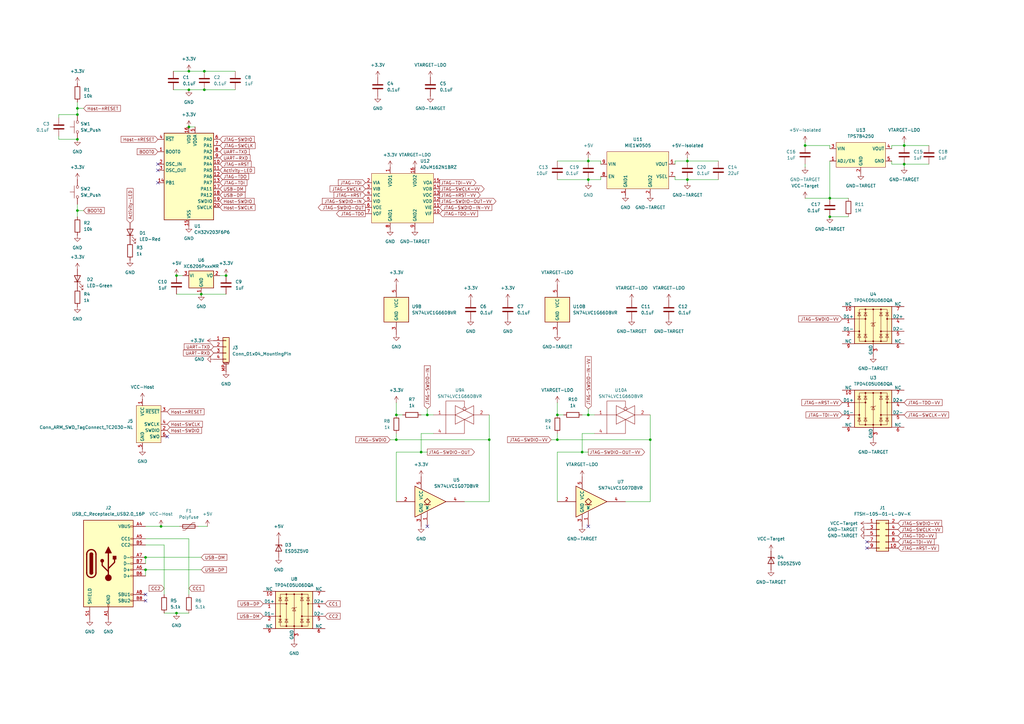
<source format=kicad_sch>
(kicad_sch (version 20250114) (generator "eeschema") (generator_version "9.0")
  (paper "A3")
  (junction (at 31.75 46.99))
  (junction (at 175.26 170.18))
  (junction (at 82.55 120.65))
  (junction (at 172.72 185.42))
  (junction (at 31.75 57.15))
  (junction (at 31.75 44.45))
  (junction (at 340.36 88.9))
  (junction (at 228.6 180.34))
  (junction (at 281.94 73.66))
  (junction (at 162.56 180.34))
  (junction (at 340.36 81.28))
  (junction (at 66.04 215.9))
  (junction (at 370.84 67.31))
  (junction (at 370.84 59.69))
  (junction (at 241.3 73.66))
  (junction (at 31.75 86.36))
  (junction (at 83.82 36.83))
  (junction (at 92.71 113.03))
  (junction (at 77.47 29.21))
  (junction (at 200.66 180.34))
  (junction (at 330.2 59.69))
  (junction (at 77.47 52.07))
  (junction (at 241.3 170.18))
  (junction (at 59.69 228.6))
  (junction (at 266.7 180.34))
  (junction (at 238.76 185.42))
  (junction (at 72.39 113.03))
  (junction (at 162.56 170.18))
  (junction (at 59.69 233.68))
  (junction (at 281.94 66.04))
  (junction (at 228.6 170.18))
  (junction (at 77.47 36.83))
  (junction (at 241.3 66.04))
  (junction (at 83.82 29.21))
  (junction (at 72.39 251.46))
  (no_connect (at 59.69 243.84))
  (no_connect (at 355.6 224.79))
  (no_connect (at 68.58 179.07))
  (no_connect (at 64.77 74.93))
  (no_connect (at 64.77 67.31))
  (no_connect (at 175.26 215.9))
  (no_connect (at 59.69 246.38))
  (no_connect (at 355.6 222.25))
  (no_connect (at 64.77 69.85))
  (no_connect (at 241.3 215.9))
  (wire (pts (xy 162.56 165.1) (xy 162.56 170.18)))
  (wire (pts (xy 330.2 81.28) (xy 340.36 81.28)))
  (wire (pts (xy 172.72 177.8) (xy 172.72 185.42)))
  (wire (pts (xy 175.26 170.18) (xy 177.8 170.18)))
  (wire (pts (xy 330.2 67.31) (xy 330.2 68.58)))
  (wire (pts (xy 241.3 185.42) (xy 238.76 185.42)))
  (wire (pts (xy 238.76 185.42) (xy 238.76 177.8)))
  (wire (pts (xy 246.38 73.66) (xy 246.38 72.39)))
  (wire (pts (xy 228.6 177.8) (xy 228.6 180.34)))
  (wire (pts (xy 241.3 167.64) (xy 241.3 170.18)))
  (wire (pts (xy 162.56 185.42) (xy 162.56 205.74)))
  (wire (pts (xy 31.75 86.36) (xy 31.75 88.9)))
  (wire (pts (xy 276.86 66.04) (xy 276.86 67.31)))
  (wire (pts (xy 162.56 180.34) (xy 162.56 177.8)))
  (wire (pts (xy 59.69 215.9) (xy 66.04 215.9)))
  (wire (pts (xy 172.72 185.42) (xy 175.26 185.42)))
  (wire (pts (xy 90.17 113.03) (xy 92.71 113.03)))
  (wire (pts (xy 340.36 59.69) (xy 330.2 59.69)))
  (wire (pts (xy 83.82 36.83) (xy 96.52 36.83)))
  (wire (pts (xy 162.56 185.42) (xy 172.72 185.42)))
  (wire (pts (xy 67.31 251.46) (xy 72.39 251.46)))
  (wire (pts (xy 81.28 215.9) (xy 85.09 215.9)))
  (wire (pts (xy 59.69 228.6) (xy 82.55 228.6)))
  (wire (pts (xy 266.7 180.34) (xy 228.6 180.34)))
  (wire (pts (xy 71.12 29.21) (xy 77.47 29.21)))
  (wire (pts (xy 281.94 73.66) (xy 276.86 73.66)))
  (wire (pts (xy 340.36 60.96) (xy 340.36 59.69)))
  (wire (pts (xy 330.2 58.42) (xy 330.2 59.69)))
  (wire (pts (xy 59.69 233.68) (xy 59.69 236.22)))
  (wire (pts (xy 67.31 243.84) (xy 67.31 223.52)))
  (wire (pts (xy 370.84 59.69) (xy 365.76 59.69)))
  (wire (pts (xy 172.72 177.8) (xy 177.8 177.8)))
  (wire (pts (xy 241.3 73.66) (xy 246.38 73.66)))
  (wire (pts (xy 34.29 86.36) (xy 31.75 86.36)))
  (wire (pts (xy 24.13 46.99) (xy 31.75 46.99)))
  (wire (pts (xy 175.26 167.64) (xy 175.26 170.18)))
  (wire (pts (xy 294.64 66.04) (xy 281.94 66.04)))
  (wire (pts (xy 228.6 73.66) (xy 241.3 73.66)))
  (wire (pts (xy 294.64 73.66) (xy 281.94 73.66)))
  (wire (pts (xy 365.76 59.69) (xy 365.76 60.96)))
  (wire (pts (xy 72.39 113.03) (xy 74.93 113.03)))
  (wire (pts (xy 59.69 233.68) (xy 82.55 233.68)))
  (wire (pts (xy 238.76 177.8) (xy 243.84 177.8)))
  (wire (pts (xy 281.94 73.66) (xy 281.94 74.93)))
  (wire (pts (xy 82.55 120.65) (xy 92.71 120.65)))
  (wire (pts (xy 281.94 66.04) (xy 276.86 66.04)))
  (wire (pts (xy 266.7 180.34) (xy 266.7 205.74)))
  (wire (pts (xy 31.75 44.45) (xy 31.75 46.99)))
  (wire (pts (xy 200.66 170.18) (xy 200.66 180.34)))
  (wire (pts (xy 370.84 59.69) (xy 381 59.69)))
  (wire (pts (xy 340.36 81.28) (xy 347.98 81.28)))
  (wire (pts (xy 228.6 66.04) (xy 241.3 66.04)))
  (wire (pts (xy 71.12 36.83) (xy 77.47 36.83)))
  (wire (pts (xy 59.69 228.6) (xy 59.69 231.14)))
  (wire (pts (xy 266.7 170.18) (xy 266.7 180.34)))
  (wire (pts (xy 340.36 88.9) (xy 347.98 88.9)))
  (wire (pts (xy 370.84 67.31) (xy 370.84 68.58)))
  (wire (pts (xy 24.13 57.15) (xy 24.13 55.88)))
  (wire (pts (xy 370.84 67.31) (xy 381 67.31)))
  (wire (pts (xy 241.3 64.77) (xy 241.3 66.04)))
  (wire (pts (xy 77.47 220.98) (xy 77.47 243.84)))
  (wire (pts (xy 72.39 120.65) (xy 82.55 120.65)))
  (wire (pts (xy 370.84 58.42) (xy 370.84 59.69)))
  (wire (pts (xy 34.29 44.45) (xy 31.75 44.45)))
  (wire (pts (xy 31.75 83.82) (xy 31.75 86.36)))
  (wire (pts (xy 276.86 73.66) (xy 276.86 72.39)))
  (wire (pts (xy 340.36 66.04) (xy 340.36 81.28)))
  (wire (pts (xy 77.47 36.83) (xy 83.82 36.83)))
  (wire (pts (xy 200.66 180.34) (xy 162.56 180.34)))
  (wire (pts (xy 67.31 223.52) (xy 59.69 223.52)))
  (wire (pts (xy 246.38 66.04) (xy 246.38 67.31)))
  (wire (pts (xy 59.69 220.98) (xy 77.47 220.98)))
  (wire (pts (xy 77.47 52.07) (xy 80.01 52.07)))
  (wire (pts (xy 31.75 41.91) (xy 31.75 44.45)))
  (wire (pts (xy 200.66 205.74) (xy 190.5 205.74)))
  (wire (pts (xy 281.94 64.77) (xy 281.94 66.04)))
  (wire (pts (xy 72.39 251.46) (xy 77.47 251.46)))
  (wire (pts (xy 160.02 180.34) (xy 162.56 180.34)))
  (wire (pts (xy 83.82 29.21) (xy 96.52 29.21)))
  (wire (pts (xy 228.6 165.1) (xy 228.6 170.18)))
  (wire (pts (xy 241.3 170.18) (xy 238.76 170.18)))
  (wire (pts (xy 241.3 66.04) (xy 246.38 66.04)))
  (wire (pts (xy 172.72 170.18) (xy 175.26 170.18)))
  (wire (pts (xy 66.04 215.9) (xy 73.66 215.9)))
  (wire (pts (xy 24.13 48.26) (xy 24.13 46.99)))
  (wire (pts (xy 200.66 180.34) (xy 200.66 205.74)))
  (wire (pts (xy 77.47 29.21) (xy 83.82 29.21)))
  (wire (pts (xy 241.3 170.18) (xy 243.84 170.18)))
  (wire (pts (xy 162.56 170.18) (xy 165.1 170.18)))
  (wire (pts (xy 226.06 180.34) (xy 228.6 180.34)))
  (wire (pts (xy 228.6 205.74) (xy 228.6 185.42)))
  (wire (pts (xy 231.14 170.18) (xy 228.6 170.18)))
  (wire (pts (xy 228.6 185.42) (xy 238.76 185.42)))
  (wire (pts (xy 365.76 67.31) (xy 365.76 66.04)))
  (wire (pts (xy 241.3 73.66) (xy 241.3 74.93)))
  (wire (pts (xy 31.75 57.15) (xy 24.13 57.15)))
  (wire (pts (xy 266.7 205.74) (xy 256.54 205.74)))
  (wire (pts (xy 370.84 67.31) (xy 365.76 67.31)))
  (global_label "BOOT0" (shape input) (at 34.29 86.36 0) (property "Intersheetrefs" "${INTERSHEET_REFS}" (effects (hide yes))))
  (global_label "Activity-LED" (shape input) (at 90.17 69.85 0) (property "Intersheetrefs" "${INTERSHEET_REFS}" (effects (hide yes))))
  (global_label "JTAG-SWDIO" (shape input) (at 90.17 57.15 0) (property "Intersheetrefs" "${INTERSHEET_REFS}" (effects (hide yes))))
  (global_label "JTAG-SWDIO-IN-VV" (shape input) (at 241.3 167.64 90) (property "Intersheetrefs" "${INTERSHEET_REFS}" (effects (hide yes))))
  (global_label "JTAG-nRST" (shape input) (at 149.86 80.01 180) (property "Intersheetrefs" "${INTERSHEET_REFS}" (effects (hide yes))))
  (global_label "JTAG-nRST-VV" (shape input) (at 368.3 224.79 0) (property "Intersheetrefs" "${INTERSHEET_REFS}" (effects (hide yes))))
  (global_label "JTAG-SWDIO-VV" (shape input) (at 368.3 214.63 0) (property "Intersheetrefs" "${INTERSHEET_REFS}" (effects (hide yes))))
  (global_label "JTAG-TDI-VV" (shape input) (at 345.44 170.18 180) (property "Intersheetrefs" "${INTERSHEET_REFS}" (effects (hide yes))))
  (global_label "Host-nRESET" (shape input) (at 68.58 168.91 0) (property "Intersheetrefs" "${INTERSHEET_REFS}" (effects (hide yes))))
  (global_label "JTAG-TDO" (shape output) (at 149.86 87.63 180) (property "Intersheetrefs" "${INTERSHEET_REFS}" (effects (hide yes))))
  (global_label "JTAG-TDI-VV" (shape input) (at 368.3 222.25 0) (property "Intersheetrefs" "${INTERSHEET_REFS}" (effects (hide yes))))
  (global_label "UART-TXD" (shape input) (at 87.63 142.24 180) (property "Intersheetrefs" "${INTERSHEET_REFS}" (effects (hide yes))))
  (global_label "USB-DM" (shape input) (at 107.95 252.73 180) (property "Intersheetrefs" "${INTERSHEET_REFS}" (effects (hide yes))))
  (global_label "Host-SWDIO" (shape input) (at 90.17 82.55 0) (property "Intersheetrefs" "${INTERSHEET_REFS}" (effects (hide yes))))
  (global_label "Host-nRESET" (shape input) (at 64.77 57.15 180) (property "Intersheetrefs" "${INTERSHEET_REFS}" (effects (hide yes))))
  (global_label "Host-SWDIO" (shape input) (at 68.58 176.53 0) (property "Intersheetrefs" "${INTERSHEET_REFS}" (effects (hide yes))))
  (global_label "JTAG-SWDIO-OUT-VV" (shape output) (at 241.3 185.42 0) (property "Intersheetrefs" "${INTERSHEET_REFS}" (effects (hide yes))))
  (global_label "JTAG-SWDIO" (shape input) (at 160.02 180.34 180) (property "Intersheetrefs" "${INTERSHEET_REFS}" (effects (hide yes))))
  (global_label "USB-DP" (shape input) (at 90.17 80.01 0) (property "Intersheetrefs" "${INTERSHEET_REFS}" (effects (hide yes))))
  (global_label "JTAG-nRST-VV" (shape input) (at 345.44 165.1 180) (property "Intersheetrefs" "${INTERSHEET_REFS}" (effects (hide yes))))
  (global_label "JTAG-SWDIO-OUT" (shape output) (at 175.26 185.42 0) (property "Intersheetrefs" "${INTERSHEET_REFS}" (effects (hide yes))))
  (global_label "Host-nRESET" (shape input) (at 34.29 44.45 0) (property "Intersheetrefs" "${INTERSHEET_REFS}" (effects (hide yes))))
  (global_label "JTAG-SWDIO-OUT-VV" (shape output) (at 180.34 82.55 0) (property "Intersheetrefs" "${INTERSHEET_REFS}" (effects (hide yes))))
  (global_label "JTAG-SWCLK-VV" (shape input) (at 368.3 217.17 0) (property "Intersheetrefs" "${INTERSHEET_REFS}" (effects (hide yes))))
  (global_label "JTAG-SWDIO-VV" (shape input) (at 345.44 130.81 180) (property "Intersheetrefs" "${INTERSHEET_REFS}" (effects (hide yes))))
  (global_label "JTAG-TDO-VV" (shape input) (at 368.3 219.71 0) (property "Intersheetrefs" "${INTERSHEET_REFS}" (effects (hide yes))))
  (global_label "JTAG-nRST" (shape input) (at 90.17 67.31 0) (property "Intersheetrefs" "${INTERSHEET_REFS}" (effects (hide yes))))
  (global_label "USB-DP" (shape input) (at 107.95 247.65 180) (property "Intersheetrefs" "${INTERSHEET_REFS}" (effects (hide yes))))
  (global_label "UART-RXD" (shape input) (at 90.17 64.77 0) (property "Intersheetrefs" "${INTERSHEET_REFS}" (effects (hide yes))))
  (global_label "JTAG-nRST-VV" (shape output) (at 180.34 80.01 0) (property "Intersheetrefs" "${INTERSHEET_REFS}" (effects (hide yes))))
  (global_label "USB-DM" (shape input) (at 90.17 77.47 0) (property "Intersheetrefs" "${INTERSHEET_REFS}" (effects (hide yes))))
  (global_label "CC2" (shape input) (at 133.35 252.73 0) (property "Intersheetrefs" "${INTERSHEET_REFS}" (effects (hide yes))))
  (global_label "USB-DM" (shape input) (at 82.55 228.6 0) (property "Intersheetrefs" "${INTERSHEET_REFS}" (effects (hide yes))))
  (global_label "JTAG-TDI" (shape input) (at 149.86 74.93 180) (property "Intersheetrefs" "${INTERSHEET_REFS}" (effects (hide yes))))
  (global_label "JTAG-TDI" (shape input) (at 90.17 74.93 0) (property "Intersheetrefs" "${INTERSHEET_REFS}" (effects (hide yes))))
  (global_label "JTAG-SWDIO-IN" (shape input) (at 149.86 82.55 180) (property "Intersheetrefs" "${INTERSHEET_REFS}" (effects (hide yes))))
  (global_label "JTAG-SWDIO-VV" (shape input) (at 226.06 180.34 180) (property "Intersheetrefs" "${INTERSHEET_REFS}" (effects (hide yes))))
  (global_label "JTAG-TDO-VV" (shape input) (at 370.84 165.1 0) (property "Intersheetrefs" "${INTERSHEET_REFS}" (effects (hide yes))))
  (global_label "CC1" (shape input) (at 133.35 247.65 0) (property "Intersheetrefs" "${INTERSHEET_REFS}" (effects (hide yes))))
  (global_label "JTAG-SWDIO-OUT" (shape output) (at 149.86 85.09 180) (property "Intersheetrefs" "${INTERSHEET_REFS}" (effects (hide yes))))
  (global_label "JTAG-SWCLK" (shape input) (at 90.17 59.69 0) (property "Intersheetrefs" "${INTERSHEET_REFS}" (effects (hide yes))))
  (global_label "Host-SWCLK" (shape input) (at 90.17 85.09 0) (property "Intersheetrefs" "${INTERSHEET_REFS}" (effects (hide yes))))
  (global_label "JTAG-SWCLK" (shape input) (at 149.86 77.47 180) (property "Intersheetrefs" "${INTERSHEET_REFS}" (effects (hide yes))))
  (global_label "JTAG-TDO" (shape input) (at 90.17 72.39 0) (property "Intersheetrefs" "${INTERSHEET_REFS}" (effects (hide yes))))
  (global_label "USB-DP" (shape input) (at 82.55 233.68 0) (property "Intersheetrefs" "${INTERSHEET_REFS}" (effects (hide yes))))
  (global_label "JTAG-SWDIO-IN" (shape input) (at 175.26 167.64 90) (property "Intersheetrefs" "${INTERSHEET_REFS}" (effects (hide yes))))
  (global_label "CC1" (shape input) (at 77.47 241.3 0) (property "Intersheetrefs" "${INTERSHEET_REFS}" (effects (hide yes))))
  (global_label "CC2" (shape input) (at 67.31 241.3 180) (property "Intersheetrefs" "${INTERSHEET_REFS}" (effects (hide yes))))
  (global_label "BOOT0" (shape input) (at 64.77 62.23 180) (property "Intersheetrefs" "${INTERSHEET_REFS}" (effects (hide yes))))
  (global_label "JTAG-SWDIO-IN-VV" (shape input) (at 180.34 85.09 0) (property "Intersheetrefs" "${INTERSHEET_REFS}" (effects (hide yes))))
  (global_label "UART-TXD" (shape input) (at 90.17 62.23 0) (property "Intersheetrefs" "${INTERSHEET_REFS}" (effects (hide yes))))
  (global_label "UART-RXD" (shape input) (at 87.63 144.78 180) (property "Intersheetrefs" "${INTERSHEET_REFS}" (effects (hide yes))))
  (global_label "JTAG-SWCLK-VV" (shape input) (at 370.84 170.18 0) (property "Intersheetrefs" "${INTERSHEET_REFS}" (effects (hide yes))))
  (global_label "JTAG-TDI-VV" (shape output) (at 180.34 74.93 0) (property "Intersheetrefs" "${INTERSHEET_REFS}" (effects (hide yes))))
  (global_label "Host-SWCLK" (shape input) (at 68.58 173.99 0) (property "Intersheetrefs" "${INTERSHEET_REFS}" (effects (hide yes))))
  (global_label "JTAG-SWCLK-VV" (shape output) (at 180.34 77.47 0) (property "Intersheetrefs" "${INTERSHEET_REFS}" (effects (hide yes))))
  (global_label "JTAG-TDO-VV" (shape input) (at 180.34 87.63 0) (property "Intersheetrefs" "${INTERSHEET_REFS}" (effects (hide yes))))
  (global_label "Activity-LED" (shape input) (at 53.34 91.44 90) (property "Intersheetrefs" "${INTERSHEET_REFS}" (effects (hide yes))))
  (symbol (lib_id "power:+3.3V") (at 193.04 123.19 0) (unit 1)
    (property "Reference" "#PWR046" (effects (hide yes)))
    (property "Value" "+3.3V" (at 193.04 118.11 0))
    (property "Description" "Power symbol creates a global label with name \"+3.3V\"" (effects (hide yes)))
  )
  (symbol (lib_id "power:GND") (at 58.42 184.15 0) (unit 1)
    (property "Reference" "#PWR074" (effects (hide yes)))
    (property "Value" "GND" (at 58.42 189.23 0))
    (property "Description" "Power symbol creates a global label with name \"GND\" , ground" (effects (hide yes)))
  )
  (symbol (lib_id "power:+VSW") (at 259.08 123.19 0) (unit 1)
    (property "Reference" "#PWR050" (effects (hide yes)))
    (property "Value" "VTARGET-LDO" (at 259.08 118.11 0))
    (property "Description" "Power symbol creates a global label with name \"+VSW\"" (effects (hide yes)))
  )
  (symbol (lib_id "Device:C") (at 259.08 127 0) (unit 1)
    (property "Reference" "C11" (at 262.89 125.7299 0) (effects (justify left)))
    (property "Value" "0.1uF" (at 262.89 128.2699 0) (effects (justify left)))
    (property "Footprint" "Capacitor_SMD:C_0603_1608Metric" (effects (hide yes)))
    (property "Description" "Unpolarized capacitor" (effects (hide yes)))
  )
  (symbol (lib_id "74xGxx:74LVC1G07") (at 177.8 205.74 0) (unit 1)
    (property "Reference" "U5" (at 187.198 196.85 0))
    (property "Value" "SN74LVC1G07DBVR" (at 187.198 199.39 0))
    (property "Footprint" "Package_TO_SOT_SMD:SOT-23-5" (effects (hide yes)))
    (property "Datasheet" "https://www.ti.com/lit/ds/symlink/sn74lvc1g07.pdf" (effects (hide yes)))
    (property "Description" "Single Buffer Gate, Open Drain, Low-Voltage CMOS" (effects (hide yes)))
  )
  (symbol (lib_id "power:+VSW") (at 176.53 31.75 0) (unit 1)
    (property "Reference" "#PWR041" (effects (hide yes)))
    (property "Value" "VTARGET-LDO" (at 176.53 26.67 0))
    (property "Description" "Power symbol creates a global label with name \"+VSW\"" (effects (hide yes)))
  )
  (symbol (lib_id "Device:C") (at 208.28 127 0) (unit 1)
    (property "Reference" "C7" (at 212.09 125.7299 0) (effects (justify left)))
    (property "Value" "0.1uF" (at 212.09 128.2699 0) (effects (justify left)))
    (property "Footprint" "Capacitor_SMD:C_0603_1608Metric" (effects (hide yes)))
    (property "Description" "Unpolarized capacitor" (effects (hide yes)))
  )
  (symbol (lib_id "Connector_Generic:Conn_02x05_Odd_Even") (at 360.68 219.71 0) (unit 1)
    (property "Reference" "J1" (at 361.95 208.28 0))
    (property "Value" "FTSH-105-01-L-DV-K" (at 361.95 210.82 0))
    (property "Footprint" "locallib:FTSH-105-01-L-DV-K" (effects (hide yes)))
    (property "Description" "Generic connector, double row, 02x05, odd/even pin numbering scheme (row 1 odd numbers, row 2 even numbers), script generated (kicad-library-utils/schlib/autogen/connector/)" (effects (hide yes)))
  )
  (symbol (lib_id "power:GND1") (at 281.94 74.93 0) (unit 1)
    (property "Reference" "#PWR060" (effects (hide yes)))
    (property "Value" "GND-TARGET" (at 281.94 80.01 0))
    (property "Description" "Power symbol creates a global label with name \"GND1\" , ground" (effects (hide yes)))
  )
  (symbol (lib_id "power:GND1") (at 355.6 217.17 270) (unit 1)
    (property "Reference" "#PWR012" (effects (hide yes)))
    (property "Value" "GND-TARGET" (at 351.79 217.1699 90) (effects (justify right)))
    (property "Description" "Power symbol creates a global label with name \"GND1\" , ground" (effects (hide yes)))
  )
  (symbol (lib_id "power:GND") (at 114.3 228.6 0) (unit 1)
    (property "Reference" "#PWR045" (effects (hide yes)))
    (property "Value" "GND" (at 114.3 233.68 0))
    (property "Description" "Power symbol creates a global label with name \"GND\" , ground" (effects (hide yes)))
  )
  (symbol (lib_id "power:GND") (at 154.94 39.37 0) (unit 1)
    (property "Reference" "#PWR043" (effects (hide yes)))
    (property "Value" "GND" (at 154.94 44.45 0))
    (property "Description" "Power symbol creates a global label with name \"GND\" , ground" (effects (hide yes)))
  )
  (symbol (lib_id "Power_Protection:TPD4E05U06DQA") (at 120.65 250.19 0) (unit 1)
    (property "Reference" "U8" (at 120.65 237.49 0))
    (property "Value" "TPD4E05U06DQA" (at 120.65 240.03 0))
    (property "Footprint" "Package_SON:USON-10_2.5x1.0mm_P0.5mm" (effects (hide yes)))
    (property "Datasheet" "https://www.ti.com/lit/ds/symlink/tpd4e05u06.pdf" (effects (hide yes)))
    (property "Description" "4-Channel ESD Protection for Super-Speed USB 3.0 Interface, USON-10" (effects (hide yes)))
  )
  (symbol (lib_id "power:GND") (at 31.75 57.15 0) (unit 1)
    (property "Reference" "#PWR06" (effects (hide yes)))
    (property "Value" "GND" (at 31.75 62.23 0))
    (property "Description" "Power symbol creates a global label with name \"GND\" , ground" (effects (hide yes)))
  )
  (symbol (lib_id "Device:C") (at 340.36 85.09 0) (mirror y) (unit 1)
    (property "Reference" "C17" (at 336.55 83.8199 0) (effects (justify left)))
    (property "Value" "0.1uF" (at 336.55 86.3599 0) (effects (justify left)))
    (property "Footprint" "Capacitor_SMD:C_0603_1608Metric" (effects (hide yes)))
    (property "Description" "Unpolarized capacitor" (effects (hide yes)))
  )
  (symbol (lib_id "power:+3.3V") (at 160.02 68.58 0) (unit 1)
    (property "Reference" "#PWR014" (effects (hide yes)))
    (property "Value" "+3.3V" (at 160.02 63.5 0))
    (property "Description" "Power symbol creates a global label with name \"+3.3V\"" (effects (hide yes)))
  )
  (symbol (lib_id "power:GND") (at 53.34 106.68 0) (unit 1)
    (property "Reference" "#PWR09" (effects (hide yes)))
    (property "Value" "GND" (at 53.34 111.76 0))
    (property "Description" "Power symbol creates a global label with name \"GND\" , ground" (effects (hide yes)))
  )
  (symbol (lib_id "Connector:USB_C_Receptacle_USB2.0_16P") (at 44.45 231.14 0) (unit 1)
    (property "Reference" "J2" (at 44.45 208.28 0))
    (property "Value" "USB_C_Receptacle_USB2.0_16P" (at 44.45 210.82 0))
    (property "Footprint" "Connector_USB:USB_C_Receptacle_HRO_TYPE-C-31-M-12" (effects (hide yes)))
    (property "Datasheet" "https://www.usb.org/sites/default/files/documents/usb_type-c.zip" (effects (hide yes)))
    (property "Description" "USB 2.0-only 16P Type-C Receptacle connector" (effects (hide yes)))
  )
  (symbol (lib_id "power:GND") (at 31.75 96.52 0) (unit 1)
    (property "Reference" "#PWR08" (effects (hide yes)))
    (property "Value" "GND" (at 31.75 101.6 0))
    (property "Description" "Power symbol creates a global label with name \"GND\" , ground" (effects (hide yes)))
  )
  (symbol (lib_id "power:+VSW") (at 170.18 68.58 0) (unit 1)
    (property "Reference" "#PWR015" (effects (hide yes)))
    (property "Value" "VTARGET-LDO" (at 170.18 63.5 0))
    (property "Description" "Power symbol creates a global label with name \"+VSW\"" (effects (hide yes)))
  )
  (symbol (lib_id "locallib:MIE1W0505") (at 261.62 69.85 0) (unit 1)
    (property "Reference" "U11" (at 261.62 57.15 0))
    (property "Value" "MIE1W0505" (at 261.62 59.69 0))
    (property "Footprint" "locallib:MIE1W0505" (effects (hide yes)))
    (property "Description" "Thin 4x5mm isolated DC-DC module with symmetrical pads such as the MIE1W0505 and R05C1TF05S" (effects (hide yes)))
  )
  (symbol (lib_id "Regulator_Linear:XC6206PxxxMR") (at 82.55 113.03 0) (unit 1)
    (property "Reference" "U6" (at 82.55 106.68 0))
    (property "Value" "XC6206PxxxMR" (at 82.55 109.22 0))
    (property "Footprint" "Package_TO_SOT_SMD:SOT-23-3" (effects (hide yes)))
    (property "Datasheet" "https://www.torexsemi.com/file/xc6206/XC6206.pdf" (effects (hide yes)))
    (property "Description" "Positive 60-250mA Low Dropout Regulator, Fixed Output, SOT-23" (effects (hide yes)))
  )
  (symbol (lib_id "power:GND") (at 77.47 36.83 0) (unit 1)
    (property "Reference" "#PWR01" (effects (hide yes)))
    (property "Value" "GND" (at 77.47 41.91 0))
    (property "Description" "Power symbol creates a global label with name \"GND\" , ground" (effects (hide yes)))
  )
  (symbol (lib_id "power:GND1") (at 358.14 146.05 0) (unit 1)
    (property "Reference" "#PWR017" (effects (hide yes)))
    (property "Value" "GND-TARGET" (at 358.14 151.13 0))
    (property "Description" "Power symbol creates a global label with name \"GND1\" , ground" (effects (hide yes)))
  )
  (symbol (lib_id "power:+3.3V") (at 162.56 165.1 0) (unit 1)
    (property "Reference" "#PWR039" (effects (hide yes)))
    (property "Value" "+3.3V" (at 162.56 160.02 0))
    (property "Description" "Power symbol creates a global label with name \"+3.3V\"" (effects (hide yes)))
  )
  (symbol (lib_id "Device:C") (at 92.71 116.84 0) (unit 1)
    (property "Reference" "C9" (at 96.52 115.5699 0) (effects (justify left)))
    (property "Value" "1uF" (at 96.52 118.1099 0) (effects (justify left)))
    (property "Footprint" "Capacitor_SMD:C_0603_1608Metric" (effects (hide yes)))
    (property "Description" "Unpolarized capacitor" (effects (hide yes)))
  )
  (symbol (lib_id "Diode:ESD5Zxx") (at 114.3 224.79 270) (unit 1)
    (property "Reference" "D3" (at 116.84 223.5199 90) (effects (justify left)))
    (property "Value" "ESD5Z5V0" (at 116.84 226.0599 90) (effects (justify left)))
    (property "Footprint" "Diode_SMD:D_SOD-523" (effects (hide yes)))
    (property "Datasheet" "https://www.onsemi.com/pdf/datasheet/esd5z2.5t1-d.pdf" (effects (hide yes)))
    (property "Description" "ESD Protection Diode, SOD-523" (effects (hide yes)))
  )
  (symbol (lib_id "Switch:SW_Push") (at 31.75 78.74 90) (unit 1)
    (property "Reference" "SW2" (at 33.02 77.4699 90) (effects (justify right)))
    (property "Value" "SW_Push" (at 33.02 80.0099 90) (effects (justify right)))
    (property "Footprint" "Button_Switch_SMD:SW_SPST_TS-1088-xR020" (effects (hide yes)))
    (property "Description" "Push button switch, generic, two pins" (effects (hide yes)))
  )
  (symbol (lib_id "power:VCC") (at 58.42 163.83 0) (unit 1)
    (property "Reference" "#PWR072" (effects (hide yes)))
    (property "Value" "VCC-Host" (at 58.42 158.75 0))
    (property "Description" "Power symbol creates a global label with name \"VCC\"" (effects (hide yes)))
  )
  (symbol (lib_id "Device:LED") (at 53.34 95.25 90) (unit 1)
    (property "Reference" "D1" (at 57.15 95.5674 90) (effects (justify right)))
    (property "Value" "LED-Red" (at 57.15 98.1074 90) (effects (justify right)))
    (property "Footprint" "LED_SMD:LED_0603_1608Metric" (effects (hide yes)))
    (property "Description" "Light emitting diode" (effects (hide yes)))
    (property "Sim.Pins" "1=K 2=A" (effects (hide yes)))
  )
  (symbol (lib_id "power:GND1") (at 274.32 130.81 0) (unit 1)
    (property "Reference" "#PWR053" (effects (hide yes)))
    (property "Value" "GND-TARGET" (at 274.32 135.89 0))
    (property "Description" "Power symbol creates a global label with name \"GND1\" , ground" (effects (hide yes)))
  )
  (symbol (lib_id "Switch:SW_Push") (at 31.75 52.07 90) (unit 1)
    (property "Reference" "SW1" (at 33.02 50.7999 90) (effects (justify right)))
    (property "Value" "SW_Push" (at 33.02 53.3399 90) (effects (justify right)))
    (property "Footprint" "Button_Switch_SMD:SW_SPST_TS-1088-xR020" (effects (hide yes)))
    (property "Description" "Push button switch, generic, two pins" (effects (hide yes)))
  )
  (symbol (lib_id "Device:C") (at 228.6 69.85 0) (mirror y) (unit 1)
    (property "Reference" "C13" (at 224.79 68.5799 0) (effects (justify left)))
    (property "Value" "10uF" (at 224.79 71.1199 0) (effects (justify left)))
    (property "Footprint" "Capacitor_SMD:C_0603_1608Metric" (effects (hide yes)))
    (property "Description" "Unpolarized capacitor" (effects (hide yes)))
  )
  (symbol (lib_id "power:+3.3V") (at 31.75 34.29 0) (unit 1)
    (property "Reference" "#PWR05" (effects (hide yes)))
    (property "Value" "+3.3V" (at 31.75 29.21 0))
    (property "Description" "Power symbol creates a global label with name \"+3.3V\"" (effects (hide yes)))
  )
  (symbol (lib_id "power:GND1") (at 266.7 80.01 0) (unit 1)
    (property "Reference" "#PWR059" (effects (hide yes)))
    (property "Value" "GND-TARGET" (at 266.7 85.09 0))
    (property "Description" "Power symbol creates a global label with name \"GND1\" , ground" (effects (hide yes)))
  )
  (symbol (lib_id "Device:C") (at 274.32 127 0) (unit 1)
    (property "Reference" "C12" (at 278.13 125.7299 0) (effects (justify left)))
    (property "Value" "0.1uF" (at 278.13 128.2699 0) (effects (justify left)))
    (property "Footprint" "Capacitor_SMD:C_0603_1608Metric" (effects (hide yes)))
    (property "Description" "Unpolarized capacitor" (effects (hide yes)))
  )
  (symbol (lib_id "74xGxx:74LVC1G07") (at 243.84 205.74 0) (unit 1)
    (property "Reference" "U7" (at 254.508 197.612 0))
    (property "Value" "SN74LVC1G07DBVR" (at 254.508 200.152 0))
    (property "Footprint" "Package_TO_SOT_SMD:SOT-23-5" (effects (hide yes)))
    (property "Datasheet" "https://www.ti.com/lit/ds/symlink/sn74lvc1g07.pdf" (effects (hide yes)))
    (property "Description" "Single Buffer Gate, Open Drain, Low-Voltage CMOS" (effects (hide yes)))
  )
  (symbol (lib_id "power:GND") (at 82.55 120.65 0) (unit 1)
    (property "Reference" "#PWR034" (effects (hide yes)))
    (property "Value" "GND" (at 82.55 125.73 0))
    (property "Description" "Power symbol creates a global label with name \"GND\" , ground" (effects (hide yes)))
  )
  (symbol (lib_id "power:GND1") (at 316.23 233.68 0) (unit 1)
    (property "Reference" "#PWR055" (effects (hide yes)))
    (property "Value" "GND-TARGET" (at 316.23 238.76 0))
    (property "Description" "Power symbol creates a global label with name \"GND1\" , ground" (effects (hide yes)))
  )
  (symbol (lib_id "power:GND") (at 44.45 254 0) (unit 1)
    (property "Reference" "#PWR022" (effects (hide yes)))
    (property "Value" "GND" (at 44.45 259.08 0))
    (property "Description" "Power symbol creates a global label with name \"GND\" , ground" (effects (hide yes)))
  )
  (symbol (lib_id "MCU_WCH_RiscV:CH32V203F6P6") (at 77.47 72.39 0) (unit 1)
    (property "Reference" "U1" (at 79.6133 92.71 0) (effects (justify left)))
    (property "Value" "CH32V203F6P6" (at 79.6133 95.25 0) (effects (justify left)))
    (property "Footprint" "Package_SO:TSSOP-20_4.4x6.5mm_P0.65mm" (effects (hide yes)))
    (property "Datasheet" "http://www.wch-ic.com/products/CH32V203.html" (effects (hide yes)))
    (property "Description" "The CH32V203 is an industrial-grade enhanced low-power general-purpose MCU based on 32-bit RISC-V core." (effects (hide yes)))
  )
  (symbol (lib_id "Diode:ESD5Zxx") (at 316.23 229.87 270) (unit 1)
    (property "Reference" "D4" (at 318.77 228.5999 90) (effects (justify left)))
    (property "Value" "ESD5Z5V0" (at 318.77 231.1399 90) (effects (justify left)))
    (property "Footprint" "Diode_SMD:D_SOD-523" (effects (hide yes)))
    (property "Datasheet" "https://www.onsemi.com/pdf/datasheet/esd5z2.5t1-d.pdf" (effects (hide yes)))
    (property "Description" "ESD Protection Diode, SOD-523" (effects (hide yes)))
  )
  (symbol (lib_id "power:VCC") (at 316.23 226.06 0) (unit 1)
    (property "Reference" "#PWR054" (effects (hide yes)))
    (property "Value" "VCC-Target" (at 316.23 220.98 0))
    (property "Description" "Power symbol creates a global label with name \"VCC\"" (effects (hide yes)))
  )
  (symbol (lib_id "power:VCC") (at 330.2 81.28 0) (unit 1)
    (property "Reference" "#PWR067" (effects (hide yes)))
    (property "Value" "VCC-Target" (at 330.2 76.2 0))
    (property "Description" "Power symbol creates a global label with name \"VCC\"" (effects (hide yes)))
  )
  (symbol (lib_id "power:GND1") (at 358.14 180.34 0) (unit 1)
    (property "Reference" "#PWR018" (effects (hide yes)))
    (property "Value" "GND-TARGET" (at 358.14 185.42 0))
    (property "Description" "Power symbol creates a global label with name \"GND1\" , ground" (effects (hide yes)))
  )
  (symbol (lib_id "power:GND1") (at 170.18 93.98 0) (unit 1)
    (property "Reference" "#PWR026" (effects (hide yes)))
    (property "Value" "GND-TARGET" (at 170.18 99.06 0))
    (property "Description" "Power symbol creates a global label with name \"GND1\" , ground" (effects (hide yes)))
  )
  (symbol (lib_id "power:GND1") (at 176.53 39.37 0) (unit 1)
    (property "Reference" "#PWR044" (effects (hide yes)))
    (property "Value" "GND-TARGET" (at 176.53 44.45 0))
    (property "Description" "Power symbol creates a global label with name \"GND1\" , ground" (effects (hide yes)))
  )
  (symbol (lib_id "Device:C") (at 370.84 63.5 0) (unit 1)
    (property "Reference" "C15" (at 374.65 62.2299 0) (effects (justify left)))
    (property "Value" "1uF" (at 374.65 64.7699 0) (effects (justify left)))
    (property "Footprint" "Capacitor_SMD:C_0603_1608Metric" (effects (hide yes)))
    (property "Description" "Unpolarized capacitor" (effects (hide yes)))
  )
  (symbol (lib_id "power:GND") (at 36.83 254 0) (unit 1)
    (property "Reference" "#PWR023" (effects (hide yes)))
    (property "Value" "GND" (at 36.83 259.08 0))
    (property "Description" "Power symbol creates a global label with name \"GND\" , ground" (effects (hide yes)))
  )
  (symbol (lib_id "power:GND1") (at 355.6 219.71 270) (unit 1)
    (property "Reference" "#PWR013" (effects (hide yes)))
    (property "Value" "GND-TARGET" (at 351.79 219.7099 90) (effects (justify right)))
    (property "Description" "Power symbol creates a global label with name \"GND1\" , ground" (effects (hide yes)))
  )
  (symbol (lib_id "power:GND") (at 77.47 92.71 0) (unit 1)
    (property "Reference" "#PWR02" (effects (hide yes)))
    (property "Value" "GND" (at 77.47 97.79 0))
    (property "Description" "Power symbol creates a global label with name \"GND\" , ground" (effects (hide yes)))
  )
  (symbol (lib_id "Device:C") (at 281.94 69.85 0) (unit 1)
    (property "Reference" "C20" (at 285.75 68.5799 0) (effects (justify left)))
    (property "Value" "0.1uF" (at 285.75 71.1199 0) (effects (justify left)))
    (property "Footprint" "Capacitor_SMD:C_0603_1608Metric" (effects (hide yes)))
    (property "Description" "Unpolarized capacitor" (effects (hide yes)))
  )
  (symbol (lib_id "Device:R") (at 168.91 170.18 90) (unit 1)
    (property "Reference" "R7" (at 168.91 163.83 90))
    (property "Value" "1k" (at 168.91 166.37 90))
    (property "Footprint" "Resistor_SMD:R_0603_1608Metric" (effects (hide yes)))
    (property "Description" "Resistor" (effects (hide yes)))
  )
  (symbol (lib_id "Connector:Conn_ARM_SWD_TagConnect_TC2030-NL") (at 60.96 173.99 0) (unit 1) (in_bom no)
    (property "Reference" "J5" (at 54.61 172.7199 0) (effects (justify right)))
    (property "Value" "Conn_ARM_SWD_TagConnect_TC2030-NL" (at 54.61 175.2599 0) (effects (justify right)))
    (property "Footprint" "Connector:Tag-Connect_TC2030-IDC-NL_2x03_P1.27mm_Vertical" (effects (hide yes)))
    (property "Datasheet" "https://www.tag-connect.com/wp-content/uploads/bsk-pdf-manager/TC2030-CTX_1.pdf" (effects (hide yes)))
    (property "Description" "Tag-Connect ARM Cortex SWD JTAG connector, 6 pin, no legs" (effects (hide yes)))
  )
  (symbol (lib_id "Device:R") (at 77.47 247.65 0) (unit 1)
    (property "Reference" "R6" (at 80.01 246.3799 0) (effects (justify left)))
    (property "Value" "5.1k" (at 80.01 248.9199 0) (effects (justify left)))
    (property "Footprint" "Resistor_SMD:R_0603_1608Metric" (effects (hide yes)))
    (property "Description" "Resistor" (effects (hide yes)))
  )
  (symbol (lib_id "Device:C") (at 193.04 127 0) (unit 1)
    (property "Reference" "C6" (at 196.85 125.7299 0) (effects (justify left)))
    (property "Value" "0.1uF" (at 196.85 128.2699 0) (effects (justify left)))
    (property "Footprint" "Capacitor_SMD:C_0603_1608Metric" (effects (hide yes)))
    (property "Description" "Unpolarized capacitor" (effects (hide yes)))
  )
  (symbol (lib_id "74xGxx:74LVC1G66") (at 228.6 127 0) (unit 2)
    (property "Reference" "U10" (at 234.95 125.7299 0) (effects (justify left)))
    (property "Value" "SN74LVC1G66DBVR" (at 234.95 128.2699 0) (effects (justify left)))
    (property "Footprint" "Package_TO_SOT_SMD:SOT-23-5" (effects (hide yes)))
    (property "Datasheet" "http://www.ti.com/lit/ds/symlink/sn74lvc1g66.pdf" (effects (hide yes)))
    (property "Description" "Single Bilateral Analog Switch, SOT-23-5/SC-70-5" (effects (hide yes)))
  )
  (symbol (lib_id "power:+3.3V") (at 172.72 195.58 0) (unit 1)
    (property "Reference" "#PWR028" (effects (hide yes)))
    (property "Value" "+3.3V" (at 172.72 190.5 0))
    (property "Description" "Power symbol creates a global label with name \"+3.3V\"" (effects (hide yes)))
  )
  (symbol (lib_id "Device:R") (at 67.31 247.65 0) (unit 1)
    (property "Reference" "R5" (at 69.85 246.3799 0) (effects (justify left)))
    (property "Value" "5.1k" (at 69.85 248.9199 0) (effects (justify left)))
    (property "Footprint" "Resistor_SMD:R_0603_1608Metric" (effects (hide yes)))
    (property "Description" "Resistor" (effects (hide yes)))
  )
  (symbol (lib_id "Device:C") (at 72.39 116.84 0) (mirror y) (unit 1)
    (property "Reference" "C10" (at 68.58 115.5699 0) (effects (justify left)))
    (property "Value" "1uF" (at 68.58 118.1099 0) (effects (justify left)))
    (property "Footprint" "Capacitor_SMD:C_0603_1608Metric" (effects (hide yes)))
    (property "Description" "Unpolarized capacitor" (effects (hide yes)))
  )
  (symbol (lib_id "locallib:TPS7B4250") (at 353.06 63.5 0) (unit 1)
    (property "Reference" "U13" (at 353.06 53.34 0))
    (property "Value" "TPS7B4250" (at 353.06 55.88 0))
    (property "Footprint" "Package_TO_SOT_SMD:SOT-23-5" (effects (hide yes)))
  )
  (symbol (lib_id "power:VCC") (at 355.6 214.63 90) (unit 1)
    (property "Reference" "#PWR016" (effects (hide yes)))
    (property "Value" "VCC-Target" (at 351.79 214.6299 90) (effects (justify left)))
    (property "Description" "Power symbol creates a global label with name \"VCC\"" (effects (hide yes)))
  )
  (symbol (lib_id "Device:C") (at 154.94 35.56 0) (unit 1)
    (property "Reference" "C4" (at 158.75 34.2899 0) (effects (justify left)))
    (property "Value" "0.1uF" (at 158.75 36.8299 0) (effects (justify left)))
    (property "Footprint" "Capacitor_SMD:C_0603_1608Metric" (effects (hide yes)))
    (property "Description" "Unpolarized capacitor" (effects (hide yes)))
  )
  (symbol (lib_id "power:GND1") (at 228.6 137.16 0) (unit 1)
    (property "Reference" "#PWR037" (effects (hide yes)))
    (property "Value" "GND-TARGET" (at 228.6 142.24 0))
    (property "Description" "Power symbol creates a global label with name \"GND1\" , ground" (effects (hide yes)))
  )
  (symbol (lib_id "power:+VSW") (at 274.32 123.19 0) (unit 1)
    (property "Reference" "#PWR052" (effects (hide yes)))
    (property "Value" "VTARGET-LDO" (at 274.32 118.11 0))
    (property "Description" "Power symbol creates a global label with name \"+VSW\"" (effects (hide yes)))
  )
  (symbol (lib_id "Power_Protection:TPD4E05U06DQA") (at 358.14 167.64 0) (unit 1)
    (property "Reference" "U3" (at 358.14 154.94 0))
    (property "Value" "TPD4E05U06DQA" (at 358.14 157.48 0))
    (property "Footprint" "Package_SON:USON-10_2.5x1.0mm_P0.5mm" (effects (hide yes)))
    (property "Datasheet" "https://www.ti.com/lit/ds/symlink/tpd4e05u06.pdf" (effects (hide yes)))
    (property "Description" "4-Channel ESD Protection for Super-Speed USB 3.0 Interface, USON-10" (effects (hide yes)))
  )
  (symbol (lib_id "power:+3.3V") (at 92.71 113.03 0) (unit 1)
    (property "Reference" "#PWR033" (effects (hide yes)))
    (property "Value" "+3.3V" (at 92.71 107.95 0))
    (property "Description" "Power symbol creates a global label with name \"+3.3V\"" (effects (hide yes)))
  )
  (symbol (lib_id "power:+VSW") (at 238.76 195.58 0) (unit 1)
    (property "Reference" "#PWR029" (effects (hide yes)))
    (property "Value" "VTARGET-LDO" (at 238.76 190.5 0))
    (property "Description" "Power symbol creates a global label with name \"+VSW\"" (effects (hide yes)))
  )
  (symbol (lib_id "power:GND") (at 72.39 251.46 0) (unit 1)
    (property "Reference" "#PWR021" (effects (hide yes)))
    (property "Value" "GND" (at 72.39 256.54 0))
    (property "Description" "Power symbol creates a global label with name \"GND\" , ground" (effects (hide yes)))
  )
  (symbol (lib_id "power:GND1") (at 370.84 68.58 0) (unit 1)
    (property "Reference" "#PWR063" (effects (hide yes)))
    (property "Value" "GND-TARGET" (at 370.84 73.66 0))
    (property "Description" "Power symbol creates a global label with name \"GND1\" , ground" (effects (hide yes)))
  )
  (symbol (lib_id "power:GND1") (at 340.36 88.9 0) (unit 1)
    (property "Reference" "#PWR068" (effects (hide yes)))
    (property "Value" "GND-TARGET" (at 340.36 93.98 0))
    (property "Description" "Power symbol creates a global label with name \"GND1\" , ground" (effects (hide yes)))
  )
  (symbol (lib_id "Device:R") (at 162.56 173.99 0) (mirror x) (unit 1)
    (property "Reference" "R8" (at 160.02 172.7199 0) (effects (justify right)))
    (property "Value" "1k" (at 160.02 175.2599 0) (effects (justify right)))
    (property "Footprint" "Resistor_SMD:R_0603_1608Metric" (effects (hide yes)))
    (property "Description" "Resistor" (effects (hide yes)))
  )
  (symbol (lib_id "power:+5V") (at 241.3 64.77 0) (unit 1)
    (property "Reference" "#PWR056" (effects (hide yes)))
    (property "Value" "+5V" (at 241.3 59.69 0))
    (property "Description" "Power symbol creates a global label with name \"+5V\"" (effects (hide yes)))
  )
  (symbol (lib_id "power:GND") (at 241.3 74.93 0) (unit 1)
    (property "Reference" "#PWR057" (effects (hide yes)))
    (property "Value" "GND" (at 241.3 80.01 0))
    (property "Description" "Power symbol creates a global label with name \"GND\" , ground" (effects (hide yes)))
  )
  (symbol (lib_id "power:+VSW") (at 228.6 165.1 0) (unit 1)
    (property "Reference" "#PWR040" (effects (hide yes)))
    (property "Value" "VTARGET-LDO" (at 228.6 160.02 0))
    (property "Description" "Power symbol creates a global label with name \"+VSW\"" (effects (hide yes)))
  )
  (symbol (lib_id "power:+3.3V") (at 77.47 52.07 0) (unit 1)
    (property "Reference" "#PWR03" (effects (hide yes)))
    (property "Value" "+3.3V" (at 77.47 46.99 0))
    (property "Description" "Power symbol creates a global label with name \"+3.3V\"" (effects (hide yes)))
  )
  (symbol (lib_id "Device:C") (at 176.53 35.56 0) (unit 1)
    (property "Reference" "C5" (at 180.34 34.2899 0) (effects (justify left)))
    (property "Value" "0.1uF" (at 180.34 36.8299 0) (effects (justify left)))
    (property "Footprint" "Capacitor_SMD:C_0603_1608Metric" (effects (hide yes)))
    (property "Description" "Unpolarized capacitor" (effects (hide yes)))
  )
  (symbol (lib_id "Device:C") (at 24.13 52.07 0) (mirror y) (unit 1)
    (property "Reference" "C3" (at 20.32 50.7999 0) (effects (justify left)))
    (property "Value" "0.1uF" (at 20.32 53.3399 0) (effects (justify left)))
    (property "Footprint" "Capacitor_SMD:C_0603_1608Metric" (effects (hide yes)))
    (property "Description" "Unpolarized capacitor" (effects (hide yes)))
  )
  (symbol (lib_id "Device:R") (at 347.98 85.09 180) (unit 1)
    (property "Reference" "R11" (at 350.52 83.8199 0) (effects (justify right)))
    (property "Value" "1M" (at 350.52 86.3599 0) (effects (justify right)))
    (property "Footprint" "Resistor_SMD:R_0603_1608Metric" (effects (hide yes)))
    (property "Description" "Resistor" (effects (hide yes)))
  )
  (symbol (lib_id "power:GND") (at 120.65 262.89 0) (unit 1)
    (property "Reference" "#PWR025" (effects (hide yes)))
    (property "Value" "GND" (at 120.65 267.97 0))
    (property "Description" "Power symbol creates a global label with name \"GND\" , ground" (effects (hide yes)))
  )
  (symbol (lib_id "74xGxx:74LVC1G66") (at 162.56 127 0) (unit 2)
    (property "Reference" "U9" (at 168.91 125.7299 0) (effects (justify left)))
    (property "Value" "SN74LVC1G66DBVR" (at 168.91 128.2699 0) (effects (justify left)))
    (property "Footprint" "Package_TO_SOT_SMD:SOT-23-5" (effects (hide yes)))
    (property "Datasheet" "http://www.ti.com/lit/ds/symlink/sn74lvc1g66.pdf" (effects (hide yes)))
    (property "Description" "Single Bilateral Analog Switch, SOT-23-5/SC-70-5" (effects (hide yes)))
  )
  (symbol (lib_id "power:+5V") (at 72.39 113.03 0) (unit 1)
    (property "Reference" "#PWR032" (effects (hide yes)))
    (property "Value" "+5V" (at 72.39 107.95 0))
    (property "Description" "Power symbol creates a global label with name \"+5V\"" (effects (hide yes)))
  )
  (symbol (lib_id "Device:C") (at 71.12 33.02 0) (unit 1)
    (property "Reference" "C1" (at 74.93 31.7499 0) (effects (justify left)))
    (property "Value" "0.1uF" (at 74.93 34.2899 0) (effects (justify left)))
    (property "Footprint" "Capacitor_SMD:C_0603_1608Metric" (effects (hide yes)))
    (property "Description" "Unpolarized capacitor" (effects (hide yes)))
  )
  (symbol (lib_id "power:GND") (at 256.54 80.01 0) (unit 1)
    (property "Reference" "#PWR058" (effects (hide yes)))
    (property "Value" "GND" (at 256.54 85.09 0))
    (property "Description" "Power symbol creates a global label with name \"GND\" , ground" (effects (hide yes)))
  )
  (symbol (lib_id "power:+3.3V") (at 31.75 73.66 0) (unit 1)
    (property "Reference" "#PWR07" (effects (hide yes)))
    (property "Value" "+3.3V" (at 31.75 68.58 0))
    (property "Description" "Power symbol creates a global label with name \"+3.3V\"" (effects (hide yes)))
  )
  (symbol (lib_id "Device:C") (at 96.52 33.02 0) (unit 1)
    (property "Reference" "C8" (at 100.33 31.7499 0) (effects (justify left)))
    (property "Value" "1uF" (at 100.33 34.2899 0) (effects (justify left)))
    (property "Footprint" "Capacitor_SMD:C_0603_1608Metric" (effects (hide yes)))
    (property "Description" "Unpolarized capacitor" (effects (hide yes)))
  )
  (symbol (lib_id "Device:C") (at 330.2 63.5 0) (mirror y) (unit 1)
    (property "Reference" "C16" (at 326.39 62.2299 0) (effects (justify left)))
    (property "Value" "1uF" (at 326.39 64.7699 0) (effects (justify left)))
    (property "Footprint" "Capacitor_SMD:C_0603_1608Metric" (effects (hide yes)))
    (property "Description" "Unpolarized capacitor" (effects (hide yes)))
  )
  (symbol (lib_id "power:VCC") (at 66.04 215.9 0) (unit 1)
    (property "Reference" "#PWR019" (effects (hide yes)))
    (property "Value" "VCC-Host" (at 66.04 210.82 0))
    (property "Description" "Power symbol creates a global label with name \"VCC\"" (effects (hide yes)))
  )
  (symbol (lib_id "Device:R") (at 31.75 92.71 0) (unit 1)
    (property "Reference" "R2" (at 34.29 91.4399 0) (effects (justify left)))
    (property "Value" "10k" (at 34.29 93.9799 0) (effects (justify left)))
    (property "Footprint" "Resistor_SMD:R_0603_1608Metric" (effects (hide yes)))
    (property "Description" "Resistor" (effects (hide yes)))
  )
  (symbol (lib_id "power:+3.3V") (at 154.94 31.75 0) (unit 1)
    (property "Reference" "#PWR042" (effects (hide yes)))
    (property "Value" "+3.3V" (at 154.94 26.67 0))
    (property "Description" "Power symbol creates a global label with name \"+3.3V\"" (effects (hide yes)))
  )
  (symbol (lib_id "Device:R") (at 228.6 173.99 0) (mirror x) (unit 1)
    (property "Reference" "R9" (at 226.06 172.7199 0) (effects (justify right)))
    (property "Value" "1k" (at 226.06 175.2599 0) (effects (justify right)))
    (property "Footprint" "Resistor_SMD:R_0603_1608Metric" (effects (hide yes)))
    (property "Description" "Resistor" (effects (hide yes)))
  )
  (symbol (lib_id "power:+5VA") (at 281.94 64.77 0) (unit 1)
    (property "Reference" "#PWR061" (effects (hide yes)))
    (property "Value" "+5V-Isolated" (at 281.94 59.69 0))
    (property "Description" "Power symbol creates a global label with name \"+5VA\"" (effects (hide yes)))
  )
  (symbol (lib_id "Power_Protection:TPD4E05U06DQA") (at 358.14 133.35 0) (unit 1)
    (property "Reference" "U4" (at 358.14 120.65 0))
    (property "Value" "TPD4E05U06DQA" (at 358.14 123.19 0))
    (property "Footprint" "Package_SON:USON-10_2.5x1.0mm_P0.5mm" (effects (hide yes)))
    (property "Datasheet" "https://www.ti.com/lit/ds/symlink/tpd4e05u06.pdf" (effects (hide yes)))
    (property "Description" "4-Channel ESD Protection for Super-Speed USB 3.0 Interface, USON-10" (effects (hide yes)))
  )
  (symbol (lib_id "Device:Polyfuse") (at 77.47 215.9 90) (unit 1)
    (property "Reference" "F1" (at 77.47 209.55 90))
    (property "Value" "Polyfuse" (at 77.47 212.09 90))
    (property "Footprint" "Fuse:Fuse_1206_3216Metric" (effects (hide yes)))
    (property "Description" "Resettable fuse, polymeric positive temperature coefficient" (effects (hide yes)))
  )
  (symbol (lib_id "Device:C") (at 294.64 69.85 0) (unit 1)
    (property "Reference" "C14" (at 298.45 68.5799 0) (effects (justify left)))
    (property "Value" "22uF" (at 298.45 71.1199 0) (effects (justify left)))
    (property "Footprint" "Capacitor_SMD:C_1206_3216Metric" (effects (hide yes)))
    (property "Description" "Unpolarized capacitor" (effects (hide yes)))
  )
  (symbol (lib_id "power:GND") (at 31.75 125.73 0) (unit 1)
    (property "Reference" "#PWR010" (effects (hide yes)))
    (property "Value" "GND" (at 31.75 130.81 0))
    (property "Description" "Power symbol creates a global label with name \"GND\" , ground" (effects (hide yes)))
  )
  (symbol (lib_id "power:GND") (at 87.63 147.32 270) (unit 1)
    (property "Reference" "#PWR070" (effects (hide yes)))
    (property "Value" "GND" (at 83.82 147.3199 90) (effects (justify right)))
    (property "Description" "Power symbol creates a global label with name \"GND\" , ground" (effects (hide yes)))
  )
  (symbol (lib_id "power:+5V") (at 85.09 215.9 0) (unit 1)
    (property "Reference" "#PWR020" (effects (hide yes)))
    (property "Value" "+5V" (at 85.09 210.82 0))
    (property "Description" "Power symbol creates a global label with name \"+5V\"" (effects (hide yes)))
  )
  (symbol (lib_id "power:+3.3V") (at 162.56 116.84 0) (unit 1)
    (property "Reference" "#PWR031" (effects (hide yes)))
    (property "Value" "+3.3V" (at 162.56 111.76 0))
    (property "Description" "Power symbol creates a global label with name \"+3.3V\"" (effects (hide yes)))
  )
  (symbol (lib_id "Connector_Generic_MountingPin:Conn_01x04_MountingPin") (at 92.71 142.24 0) (unit 1) (in_bom no)
    (property "Reference" "J3" (at 95.25 142.5955 0) (effects (justify left)))
    (property "Value" "Conn_01x04_MountingPin" (at 95.25 145.1355 0) (effects (justify left)))
    (property "Footprint" "locallib:PogoReceiver-2.54-4" (effects (hide yes)))
    (property "Description" "Generic connectable mounting pin connector, single row, 01x04, script generated (kicad-library-utils/schlib/autogen/connector/)" (effects (hide yes)))
  )
  (symbol (lib_id "power:+3.3V") (at 87.63 139.7 90) (unit 1)
    (property "Reference" "#PWR069" (effects (hide yes)))
    (property "Value" "+3.3V" (at 83.82 139.6999 90) (effects (justify left)))
    (property "Description" "Power symbol creates a global label with name \"+3.3V\"" (effects (hide yes)))
  )
  (symbol (lib_id "74xGxx:74LVC1G66") (at 190.5 170.18 0) (unit 1)
    (property "Reference" "U9" (at 188.595 160.02 0))
    (property "Value" "SN74LVC1G66DBVR" (at 188.595 162.56 0))
    (property "Footprint" "Package_TO_SOT_SMD:SOT-23-5" (effects (hide yes)))
    (property "Datasheet" "http://www.ti.com/lit/ds/symlink/sn74lvc1g66.pdf" (effects (hide yes)))
    (property "Description" "Single Bilateral Analog Switch, SOT-23-5/SC-70-5" (effects (hide yes)))
  )
  (symbol (lib_id "power:+VSW") (at 228.6 116.84 0) (unit 1)
    (property "Reference" "#PWR030" (effects (hide yes)))
    (property "Value" "VTARGET-LDO" (at 228.6 111.76 0))
    (property "Description" "Power symbol creates a global label with name \"+VSW\"" (effects (hide yes)))
  )
  (symbol (lib_id "Device:LED") (at 31.75 114.3 90) (unit 1)
    (property "Reference" "D2" (at 35.56 114.6174 90) (effects (justify right)))
    (property "Value" "LED-Green" (at 35.56 117.1574 90) (effects (justify right)))
    (property "Footprint" "LED_SMD:LED_0603_1608Metric" (effects (hide yes)))
    (property "Description" "Light emitting diode" (effects (hide yes)))
    (property "Sim.Pins" "1=K 2=A" (effects (hide yes)))
  )
  (symbol (lib_id "Device:R") (at 31.75 38.1 0) (unit 1)
    (property "Reference" "R1" (at 34.29 36.8299 0) (effects (justify left)))
    (property "Value" "10k" (at 34.29 39.3699 0) (effects (justify left)))
    (property "Footprint" "Resistor_SMD:R_0603_1608Metric" (effects (hide yes)))
    (property "Description" "Resistor" (effects (hide yes)))
  )
  (symbol (lib_id "power:GND") (at 92.71 152.4 0) (unit 1)
    (property "Reference" "#PWR071" (effects (hide yes)))
    (property "Value" "GND" (at 92.71 157.48 0))
    (property "Description" "Power symbol creates a global label with name \"GND\" , ground" (effects (hide yes)))
  )
  (symbol (lib_id "Device:C") (at 241.3 69.85 0) (mirror y) (unit 1)
    (property "Reference" "C19" (at 237.49 68.5799 0) (effects (justify left)))
    (property "Value" "0.1uF" (at 237.49 71.1199 0) (effects (justify left)))
    (property "Footprint" "Capacitor_SMD:C_0603_1608Metric" (effects (hide yes)))
    (property "Description" "Unpolarized capacitor" (effects (hide yes)))
  )
  (symbol (lib_id "Device:R") (at 31.75 121.92 0) (unit 1)
    (property "Reference" "R4" (at 34.29 120.6499 0) (effects (justify left)))
    (property "Value" "1k" (at 34.29 123.1899 0) (effects (justify left)))
    (property "Footprint" "Resistor_SMD:R_0603_1608Metric" (effects (hide yes)))
    (property "Description" "Resistor" (effects (hide yes)))
  )
  (symbol (lib_id "74xGxx:74LVC1G66") (at 256.54 170.18 0) (unit 1)
    (property "Reference" "U10" (at 254.635 160.02 0))
    (property "Value" "SN74LVC1G66DBVR" (at 254.635 162.56 0))
    (property "Footprint" "Package_TO_SOT_SMD:SOT-23-5" (effects (hide yes)))
    (property "Datasheet" "http://www.ti.com/lit/ds/symlink/sn74lvc1g66.pdf" (effects (hide yes)))
    (property "Description" "Single Bilateral Analog Switch, SOT-23-5/SC-70-5" (effects (hide yes)))
  )
  (symbol (lib_id "Device:R") (at 53.34 102.87 0) (unit 1)
    (property "Reference" "R3" (at 55.88 101.5999 0) (effects (justify left)))
    (property "Value" "1k" (at 55.88 104.1399 0) (effects (justify left)))
    (property "Footprint" "Resistor_SMD:R_0603_1608Metric" (effects (hide yes)))
    (property "Description" "Resistor" (effects (hide yes)))
  )
  (symbol (lib_id "locallib:ADuM162N") (at 165.1 81.28 0) (unit 1)
    (property "Reference" "U12" (at 172.3233 66.04 0) (effects (justify left)))
    (property "Value" "ADuM162N1BRZ" (at 172.3233 68.58 0) (effects (justify left)))
    (property "Footprint" "Package_SO:SOIC-16_3.9x9.9mm_P1.27mm" (effects (hide yes)))
  )
  (symbol (lib_id "power:GND1") (at 259.08 130.81 0) (unit 1)
    (property "Reference" "#PWR051" (effects (hide yes)))
    (property "Value" "GND-TARGET" (at 259.08 135.89 0))
    (property "Description" "Power symbol creates a global label with name \"GND1\" , ground" (effects (hide yes)))
  )
  (symbol (lib_id "power:GND1") (at 353.06 71.12 0) (unit 1)
    (property "Reference" "#PWR064" (effects (hide yes)))
    (property "Value" "GND-TARGET" (at 353.06 76.2 0))
    (property "Description" "Power symbol creates a global label with name \"GND1\" , ground" (effects (hide yes)))
  )
  (symbol (lib_id "power:+3.3V") (at 77.47 29.21 0) (unit 1)
    (property "Reference" "#PWR04" (effects (hide yes)))
    (property "Value" "+3.3V" (at 77.47 24.13 0))
    (property "Description" "Power symbol creates a global label with name \"+3.3V\"" (effects (hide yes)))
  )
  (symbol (lib_id "power:+5V") (at 114.3 220.98 0) (unit 1)
    (property "Reference" "#PWR024" (effects (hide yes)))
    (property "Value" "+5V" (at 114.3 215.9 0))
    (property "Description" "Power symbol creates a global label with name \"+5V\"" (effects (hide yes)))
  )
  (symbol (lib_id "power:GND") (at 172.72 215.9 0) (unit 1)
    (property "Reference" "#PWR036" (effects (hide yes)))
    (property "Value" "GND" (at 172.72 220.98 0))
    (property "Description" "Power symbol creates a global label with name \"GND\" , ground" (effects (hide yes)))
  )
  (symbol (lib_id "power:+3.3V") (at 31.75 110.49 0) (unit 1)
    (property "Reference" "#PWR011" (effects (hide yes)))
    (property "Value" "+3.3V" (at 31.75 105.41 0))
    (property "Description" "Power symbol creates a global label with name \"+3.3V\"" (effects (hide yes)))
  )
  (symbol (lib_id "power:GND1") (at 330.2 68.58 0) (unit 1)
    (property "Reference" "#PWR065" (effects (hide yes)))
    (property "Value" "GND-TARGET" (at 330.2 73.66 0))
    (property "Description" "Power symbol creates a global label with name \"GND1\" , ground" (effects (hide yes)))
  )
  (symbol (lib_id "power:+3.3V") (at 208.28 123.19 0) (unit 1)
    (property "Reference" "#PWR048" (effects (hide yes)))
    (property "Value" "+3.3V" (at 208.28 118.11 0))
    (property "Description" "Power symbol creates a global label with name \"+3.3V\"" (effects (hide yes)))
  )
  (symbol (lib_id "power:GND1") (at 238.76 215.9 0) (unit 1)
    (property "Reference" "#PWR038" (effects (hide yes)))
    (property "Value" "GND-TARGET" (at 238.76 220.98 0))
    (property "Description" "Power symbol creates a global label with name \"GND1\" , ground" (effects (hide yes)))
  )
  (symbol (lib_id "power:+VSW") (at 370.84 58.42 0) (unit 1)
    (property "Reference" "#PWR062" (effects (hide yes)))
    (property "Value" "VTARGET-LDO" (at 370.84 53.34 0))
    (property "Description" "Power symbol creates a global label with name \"+VSW\"" (effects (hide yes)))
  )
  (symbol (lib_id "power:GND") (at 208.28 130.81 0) (unit 1)
    (property "Reference" "#PWR049" (effects (hide yes)))
    (property "Value" "GND" (at 208.28 135.89 0))
    (property "Description" "Power symbol creates a global label with name \"GND\" , ground" (effects (hide yes)))
  )
  (symbol (lib_id "power:+5VA") (at 330.2 58.42 0) (unit 1)
    (property "Reference" "#PWR066" (effects (hide yes)))
    (property "Value" "+5V-Isolated" (at 330.2 53.34 0))
    (property "Description" "Power symbol creates a global label with name \"+5VA\"" (effects (hide yes)))
  )
  (symbol (lib_id "power:GND") (at 162.56 137.16 0) (unit 1)
    (property "Reference" "#PWR035" (effects (hide yes)))
    (property "Value" "GND" (at 162.56 142.24 0))
    (property "Description" "Power symbol creates a global label with name \"GND\" , ground" (effects (hide yes)))
  )
  (symbol (lib_id "Device:C") (at 83.82 33.02 0) (unit 1)
    (property "Reference" "C2" (at 87.63 31.7499 0) (effects (justify left)))
    (property "Value" "0.1uF" (at 87.63 34.2899 0) (effects (justify left)))
    (property "Footprint" "Capacitor_SMD:C_0603_1608Metric" (effects (hide yes)))
    (property "Description" "Unpolarized capacitor" (effects (hide yes)))
  )
  (symbol (lib_id "Device:R") (at 234.95 170.18 90) (unit 1)
    (property "Reference" "R10" (at 234.95 163.83 90))
    (property "Value" "1k" (at 234.95 166.37 90))
    (property "Footprint" "Resistor_SMD:R_0603_1608Metric" (effects (hide yes)))
    (property "Description" "Resistor" (effects (hide yes)))
  )
  (symbol (lib_id "power:GND") (at 193.04 130.81 0) (unit 1)
    (property "Reference" "#PWR047" (effects (hide yes)))
    (property "Value" "GND" (at 193.04 135.89 0))
    (property "Description" "Power symbol creates a global label with name \"GND\" , ground" (effects (hide yes)))
  )
  (symbol (lib_id "Device:C") (at 381 63.5 0) (unit 1)
    (property "Reference" "C18" (at 384.81 62.2299 0) (effects (justify left)))
    (property "Value" "1uF" (at 384.81 64.7699 0) (effects (justify left)))
    (property "Footprint" "Capacitor_SMD:C_0603_1608Metric" (effects (hide yes)))
    (property "Description" "Unpolarized capacitor" (effects (hide yes)))
  )
  (symbol (lib_id "power:GND") (at 160.02 93.98 0) (unit 1)
    (property "Reference" "#PWR027" (effects (hide yes)))
    (property "Value" "GND" (at 160.02 99.06 0))
    (property "Description" "Power symbol creates a global label with name \"GND\" , ground" (effects (hide yes)))
  )
)
</source>
